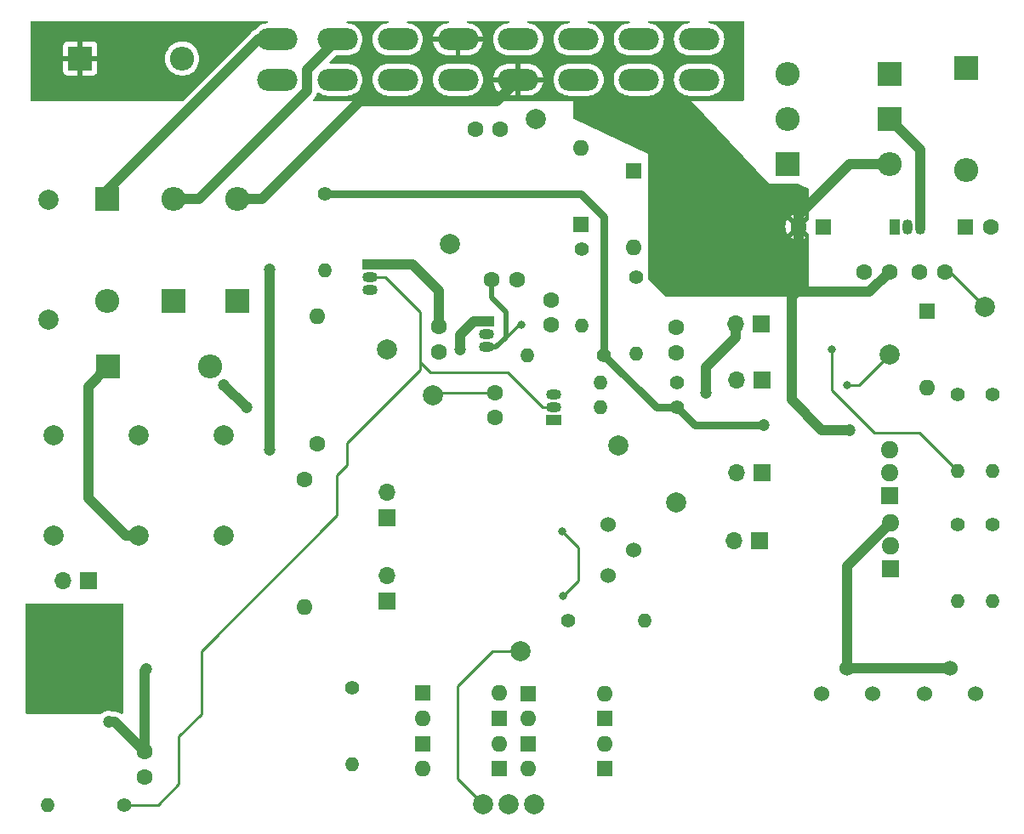
<source format=gbl>
%TF.GenerationSoftware,KiCad,Pcbnew,7.0.2*%
%TF.CreationDate,2024-11-06T13:00:57+09:00*%
%TF.ProjectId,YZ_CDI_TEST_V1,595a5f43-4449-45f5-9445-53545f56312e,rev?*%
%TF.SameCoordinates,Original*%
%TF.FileFunction,Copper,L2,Bot*%
%TF.FilePolarity,Positive*%
%FSLAX46Y46*%
G04 Gerber Fmt 4.6, Leading zero omitted, Abs format (unit mm)*
G04 Created by KiCad (PCBNEW 7.0.2) date 2024-11-06 13:00:57*
%MOMM*%
%LPD*%
G01*
G04 APERTURE LIST*
%TA.AperFunction,ComponentPad*%
%ADD10R,1.800000X1.717500*%
%TD*%
%TA.AperFunction,ComponentPad*%
%ADD11O,1.800000X1.717500*%
%TD*%
%TA.AperFunction,ComponentPad*%
%ADD12C,2.000000*%
%TD*%
%TA.AperFunction,ComponentPad*%
%ADD13C,1.400000*%
%TD*%
%TA.AperFunction,ComponentPad*%
%ADD14O,1.400000X1.400000*%
%TD*%
%TA.AperFunction,ComponentPad*%
%ADD15R,1.600000X1.600000*%
%TD*%
%TA.AperFunction,ComponentPad*%
%ADD16O,1.600000X1.600000*%
%TD*%
%TA.AperFunction,ComponentPad*%
%ADD17C,1.600000*%
%TD*%
%TA.AperFunction,ComponentPad*%
%ADD18R,2.400000X2.400000*%
%TD*%
%TA.AperFunction,ComponentPad*%
%ADD19O,2.400000X2.400000*%
%TD*%
%TA.AperFunction,ComponentPad*%
%ADD20R,1.700000X1.700000*%
%TD*%
%TA.AperFunction,ComponentPad*%
%ADD21O,1.700000X1.700000*%
%TD*%
%TA.AperFunction,ComponentPad*%
%ADD22R,1.500000X1.050000*%
%TD*%
%TA.AperFunction,ComponentPad*%
%ADD23O,1.500000X1.050000*%
%TD*%
%TA.AperFunction,ComponentPad*%
%ADD24O,4.000000X2.200000*%
%TD*%
%TA.AperFunction,ComponentPad*%
%ADD25C,1.524000*%
%TD*%
%TA.AperFunction,ComponentPad*%
%ADD26R,1.050000X1.500000*%
%TD*%
%TA.AperFunction,ComponentPad*%
%ADD27O,1.050000X1.500000*%
%TD*%
%TA.AperFunction,ViaPad*%
%ADD28C,1.200000*%
%TD*%
%TA.AperFunction,ViaPad*%
%ADD29C,0.800000*%
%TD*%
%TA.AperFunction,ViaPad*%
%ADD30C,0.700000*%
%TD*%
%TA.AperFunction,Conductor*%
%ADD31C,1.000000*%
%TD*%
%TA.AperFunction,Conductor*%
%ADD32C,0.250000*%
%TD*%
%TA.AperFunction,Conductor*%
%ADD33C,0.800000*%
%TD*%
%TA.AperFunction,Conductor*%
%ADD34C,0.500000*%
%TD*%
G04 APERTURE END LIST*
D10*
%TO.P,Q6,1,G*%
%TO.N,Net-(Q5-G)*%
X191390000Y-104000000D03*
D11*
%TO.P,Q6,2*%
%TO.N,N/C*%
X191390000Y-101710000D03*
%TO.P,Q6,3,S*%
%TO.N,GND*%
X191390000Y-99420000D03*
%TD*%
D12*
%TO.P,TP5,1,1*%
%TO.N,Net-(Q2-C)*%
X141350000Y-89500000D03*
%TD*%
D13*
%TO.P,R2,1*%
%TO.N,Net-(D1-K)*%
X160670000Y-79460000D03*
D14*
%TO.P,R2,2*%
%TO.N,Net-(Q2-B)*%
X160670000Y-87080000D03*
%TD*%
D15*
%TO.P,DZ1,1,K*%
%TO.N,+12V*%
X195100000Y-85690000D03*
D16*
%TO.P,DZ1,2,A*%
%TO.N,Net-(DZ1-A)*%
X195100000Y-93310000D03*
%TD*%
D17*
%TO.P,C6,1*%
%TO.N,Net-(Q2-C)*%
X146490000Y-89690000D03*
%TO.P,C6,2*%
%TO.N,GND*%
X146490000Y-87190000D03*
%TD*%
%TO.P,C1,1*%
%TO.N,/WL*%
X152600000Y-67500000D03*
%TO.P,C1,2*%
%TO.N,GND*%
X150100000Y-67500000D03*
%TD*%
D18*
%TO.P,D9,1,K*%
%TO.N,/GW*%
X181190000Y-71000000D03*
D19*
%TO.P,D9,2,A*%
%TO.N,GND*%
X191350000Y-71000000D03*
%TD*%
D20*
%TO.P,JP4,1,A*%
%TO.N,Net-(JP4-A)*%
X178640000Y-101750000D03*
D21*
%TO.P,JP4,2,B*%
%TO.N,/GL*%
X176100000Y-101750000D03*
%TD*%
D12*
%TO.P,TP10,1,1*%
%TO.N,Net-(DZ5-A)*%
X154600000Y-119500000D03*
%TD*%
%TO.P,TP2,1,1*%
%TO.N,Net-(Q1-B)*%
X145920000Y-94000000D03*
%TD*%
%TO.P,TP9,1,1*%
%TO.N,/CHG*%
X107650000Y-74582944D03*
%TD*%
D15*
%TO.P,DZ2,1,K*%
%TO.N,Net-(DZ2-K)*%
X163020000Y-131250000D03*
D16*
%TO.P,DZ2,2,A*%
%TO.N,Net-(DZ2-A)*%
X155400000Y-131250000D03*
%TD*%
D17*
%TO.P,C11,1*%
%TO.N,+5V*%
X117187500Y-132037500D03*
%TO.P,C11,2*%
%TO.N,GND*%
X117187500Y-129537500D03*
%TD*%
D18*
%TO.P,D3,1,K*%
%TO.N,/CHG*%
X120050000Y-84662944D03*
D19*
%TO.P,D3,2,A*%
%TO.N,/BR*%
X120050000Y-74502944D03*
%TD*%
D20*
%TO.P,JP6,1,A*%
%TO.N,Net-(JP6-A)*%
X141350000Y-106275000D03*
D21*
%TO.P,JP6,2,B*%
%TO.N,/CHG*%
X141350000Y-103735000D03*
%TD*%
D13*
%TO.P,R6,1*%
%TO.N,+5V*%
X135100000Y-73940000D03*
D14*
%TO.P,R6,2*%
%TO.N,Net-(E1-C)*%
X135100000Y-81560000D03*
%TD*%
D13*
%TO.P,R10,1*%
%TO.N,Net-(Q5-G)*%
X201600000Y-106940000D03*
D14*
%TO.P,R10,2*%
%TO.N,Net-(R10-Pad2)*%
X201600000Y-114560000D03*
%TD*%
D19*
%TO.P,D6,2,A*%
%TO.N,/GL*%
X181190000Y-62000000D03*
D18*
%TO.P,D6,1,K*%
%TO.N,+12V*%
X191350000Y-62000000D03*
%TD*%
%TO.P,D10,1,K*%
%TO.N,/CAP+*%
X113570000Y-91182944D03*
D19*
%TO.P,D10,2,A*%
%TO.N,/CHG*%
X123730000Y-91182944D03*
%TD*%
D15*
%TO.P,C10,1*%
%TO.N,+5V*%
X184782379Y-77250000D03*
D17*
%TO.P,C10,2*%
%TO.N,GND*%
X182282379Y-77250000D03*
%TD*%
D22*
%TO.P,Q2,1,E*%
%TO.N,GND*%
X151190000Y-86700000D03*
D23*
%TO.P,Q2,2,C*%
%TO.N,Net-(Q2-C)*%
X151190000Y-87970000D03*
%TO.P,Q2,3,B*%
%TO.N,Net-(Q2-B)*%
X151190000Y-89240000D03*
%TD*%
D13*
%TO.P,R1,1*%
%TO.N,Net-(D2-A)*%
X166110000Y-82270000D03*
D14*
%TO.P,R1,2*%
%TO.N,Net-(C2-Pad2)*%
X166110000Y-89890000D03*
%TD*%
D13*
%TO.P,R7,1*%
%TO.N,Net-(Q3-G)*%
X198100000Y-106940000D03*
D14*
%TO.P,R7,2*%
%TO.N,Net-(R7-Pad2)*%
X198100000Y-114560000D03*
%TD*%
D22*
%TO.P,Q1,1,E*%
%TO.N,GND*%
X157920000Y-96520000D03*
D23*
%TO.P,Q1,2,C*%
%TO.N,Net-(E1-C)*%
X157920000Y-95250000D03*
%TO.P,Q1,3,B*%
%TO.N,Net-(Q1-B)*%
X157920000Y-93980000D03*
%TD*%
D15*
%TO.P,D1,1,K*%
%TO.N,Net-(D1-K)*%
X160600000Y-77060000D03*
D16*
%TO.P,D1,2,A*%
%TO.N,/WL*%
X160600000Y-69440000D03*
%TD*%
D24*
%TO.P,CN1,1,BW_KILL*%
%TO.N,/BW*%
X130391796Y-58595520D03*
%TO.P,CN1,2,BR_CHG1*%
%TO.N,/BR*%
X136391796Y-58595520D03*
%TO.P,CN1,3,R_SOL*%
%TO.N,unconnected-(CN1-R_SOL-Pad3)*%
X142391796Y-58595520D03*
%TO.P,CN1,4,B_GND*%
%TO.N,GND*%
X148391796Y-58595520D03*
%TO.P,CN1,5,WL_PU*%
%TO.N,/WL*%
X154391796Y-58595520D03*
%TO.P,CN1,6,L_TPS_REF+*%
%TO.N,unconnected-(CN1-L_TPS_REF+-Pad6)*%
X160391796Y-58595520D03*
%TO.P,CN1,7,BL_TPS_GND*%
%TO.N,unconnected-(CN1-BL_TPS_GND-Pad7)*%
X166391796Y-58595520D03*
%TO.P,CN1,8,GL_CHG2-*%
%TO.N,/GL*%
X172391796Y-58595520D03*
%TO.P,CN1,9,GW_CHG2-*%
%TO.N,/GW*%
X172391796Y-62595520D03*
%TO.P,CN1,10,Y_TPS_IN*%
%TO.N,unconnected-(CN1-Y_TPS_IN-Pad10)*%
X166391796Y-62595520D03*
%TO.P,CN1,11,NON*%
%TO.N,unconnected-(CN1-NON-Pad11)*%
X160391796Y-62595520D03*
%TO.P,CN1,12,WR_PU_GND*%
%TO.N,GND*%
X154391796Y-62595520D03*
%TO.P,CN1,13,NON*%
%TO.N,unconnected-(CN1-NON-Pad13)*%
X148391796Y-62595520D03*
%TO.P,CN1,14,SB_NW_SW*%
%TO.N,unconnected-(CN1-SB_NW_SW-Pad14)*%
X142391796Y-62595520D03*
%TO.P,CN1,15,NON*%
%TO.N,unconnected-(CN1-NON-Pad15)*%
X136391796Y-62595520D03*
%TO.P,CN1,16,OR_IG*%
%TO.N,/OR*%
X130391796Y-62595520D03*
%TD*%
D10*
%TO.P,Q4,1,G*%
%TO.N,Net-(Q3-G)*%
X191430000Y-111290000D03*
D11*
%TO.P,Q4,2*%
%TO.N,N/C*%
X191430000Y-109000000D03*
%TO.P,Q4,3,S*%
%TO.N,GND*%
X191430000Y-106710000D03*
%TD*%
D18*
%TO.P,D8,1,K*%
%TO.N,/GL*%
X199020000Y-61420000D03*
D19*
%TO.P,D8,2,A*%
%TO.N,GND*%
X199020000Y-71580000D03*
%TD*%
D15*
%TO.P,DZ7,1,K*%
%TO.N,Net-(DZ6-A)*%
X152520000Y-126250000D03*
D16*
%TO.P,DZ7,2,A*%
%TO.N,Net-(DZ7-A)*%
X144900000Y-126250000D03*
%TD*%
D17*
%TO.P,C9,1*%
%TO.N,+5V*%
X188850000Y-81750000D03*
%TO.P,C9,2*%
%TO.N,GND*%
X191350000Y-81750000D03*
%TD*%
D20*
%TO.P,JP5,1,A*%
%TO.N,Net-(JP5-A)*%
X141350000Y-114500000D03*
D21*
%TO.P,JP5,2,B*%
%TO.N,/CHG*%
X141350000Y-111960000D03*
%TD*%
D12*
%TO.P,C13,1*%
%TO.N,/OR*%
X125100000Y-98000000D03*
%TO.P,C13,2*%
%TO.N,/CAP+*%
X125100000Y-108000000D03*
%TD*%
%TO.P,TP3,1,1*%
%TO.N,Net-(Q2-B)*%
X147600000Y-79000000D03*
%TD*%
D18*
%TO.P,D5,1,K*%
%TO.N,/CHG*%
X126400000Y-84662944D03*
D19*
%TO.P,D5,2,A*%
%TO.N,GND*%
X126400000Y-74502944D03*
%TD*%
D17*
%TO.P,C8,1*%
%TO.N,+12V*%
X196850000Y-81750000D03*
%TO.P,C8,2*%
%TO.N,GND*%
X194350000Y-81750000D03*
%TD*%
D13*
%TO.P,R12,1*%
%TO.N,Net-(DZ5-A)*%
X159350000Y-116500000D03*
D14*
%TO.P,R12,2*%
%TO.N,Net-(R12-Pad2)*%
X166970000Y-116500000D03*
%TD*%
D18*
%TO.P,D4,1,K*%
%TO.N,/BW*%
X113450000Y-74502944D03*
D19*
%TO.P,D4,2,A*%
%TO.N,/CHG*%
X113450000Y-84662944D03*
%TD*%
D12*
%TO.P,TP8,1,1*%
%TO.N,+12V*%
X200850000Y-85250000D03*
%TD*%
%TO.P,C14,1*%
%TO.N,/OR*%
X116600000Y-98000000D03*
%TO.P,C14,2*%
%TO.N,/CAP+*%
X116600000Y-108000000D03*
%TD*%
D15*
%TO.P,C7,1*%
%TO.N,+12V*%
X198917620Y-77250000D03*
D17*
%TO.P,C7,2*%
%TO.N,GND*%
X201417620Y-77250000D03*
%TD*%
D12*
%TO.P,SW1,1,A*%
%TO.N,Net-(DZ5-A)*%
X150850000Y-134750000D03*
%TO.P,SW1,2,B*%
%TO.N,Net-(DZ9-A)*%
X153390000Y-134750000D03*
%TO.P,SW1,3,C*%
%TO.N,Net-(DZ2-K)*%
X155930000Y-134750000D03*
%TD*%
D17*
%TO.P,C4,1*%
%TO.N,Net-(Q1-B)*%
X152060000Y-93750000D03*
%TO.P,C4,2*%
%TO.N,GND*%
X152060000Y-96250000D03*
%TD*%
D18*
%TO.P,D7,1,K*%
%TO.N,+12V*%
X191350000Y-66500000D03*
D19*
%TO.P,D7,2,A*%
%TO.N,/GW*%
X181190000Y-66500000D03*
%TD*%
D15*
%TO.P,DZ5,1,K*%
%TO.N,Net-(DZ4-A)*%
X155400000Y-123750000D03*
D16*
%TO.P,DZ5,2,A*%
%TO.N,Net-(DZ5-A)*%
X163020000Y-123750000D03*
%TD*%
D12*
%TO.P,TP1,1,1*%
%TO.N,/WL*%
X156100000Y-66500000D03*
%TD*%
%TO.P,TP11,1,1*%
%TO.N,/CAP+*%
X107600000Y-86500000D03*
%TD*%
D15*
%TO.P,DZ8,1,K*%
%TO.N,Net-(DZ7-A)*%
X144890000Y-128750000D03*
D16*
%TO.P,DZ8,2,A*%
%TO.N,Net-(DZ8-A)*%
X152510000Y-128750000D03*
%TD*%
D20*
%TO.P,JP2,1,A*%
%TO.N,Net-(JP2-A)*%
X178390000Y-108500000D03*
D21*
%TO.P,JP2,2,B*%
%TO.N,/GW*%
X175850000Y-108500000D03*
%TD*%
D15*
%TO.P,DZ6,1,K*%
%TO.N,Net-(DZ6-K)*%
X144890000Y-123650000D03*
D16*
%TO.P,DZ6,2,A*%
%TO.N,Net-(DZ6-A)*%
X152510000Y-123650000D03*
%TD*%
D22*
%TO.P,E1,1,E*%
%TO.N,GND*%
X139600000Y-81000000D03*
D23*
%TO.P,E1,2,C*%
%TO.N,Net-(E1-C)*%
X139600000Y-82270000D03*
%TO.P,E1,3,B*%
%TO.N,Net-(E1-B)*%
X139600000Y-83540000D03*
%TD*%
D25*
%TO.P,RN2,1*%
%TO.N,Net-(R10-Pad2)*%
X199890000Y-123750000D03*
%TO.P,RN2,2*%
%TO.N,GND*%
X197350000Y-121210000D03*
%TO.P,RN2,3*%
%TO.N,unconnected-(RN2-Pad3)*%
X194810000Y-123750000D03*
%TD*%
D20*
%TO.P,JP1,1,A*%
%TO.N,Net-(JP1-A)*%
X178600000Y-86950000D03*
D21*
%TO.P,JP1,2,B*%
%TO.N,/GW*%
X176060000Y-86950000D03*
%TD*%
D17*
%TO.P,C5,1*%
%TO.N,Net-(Q2-B)*%
X151740000Y-82540000D03*
%TO.P,C5,2*%
%TO.N,GND*%
X154240000Y-82540000D03*
%TD*%
D13*
%TO.P,R5,1*%
%TO.N,+5V*%
X162920000Y-90020000D03*
D14*
%TO.P,R5,2*%
%TO.N,Net-(Q2-C)*%
X155300000Y-90020000D03*
%TD*%
D12*
%TO.P,TP7,1,1*%
%TO.N,Net-(Q5-G)*%
X191350000Y-90000000D03*
%TD*%
D17*
%TO.P,C2,1*%
%TO.N,Net-(D2-A)*%
X170110000Y-87270000D03*
%TO.P,C2,2*%
%TO.N,Net-(C2-Pad2)*%
X170110000Y-89770000D03*
%TD*%
D15*
%TO.P,DZ4,1,K*%
%TO.N,Net-(DZ3-A)*%
X163020000Y-126250000D03*
D16*
%TO.P,DZ4,2,A*%
%TO.N,Net-(DZ4-A)*%
X155400000Y-126250000D03*
%TD*%
D17*
%TO.P,C3,1*%
%TO.N,Net-(D1-K)*%
X157670000Y-84520000D03*
%TO.P,C3,2*%
%TO.N,Net-(Q2-B)*%
X157670000Y-87020000D03*
%TD*%
D13*
%TO.P,R9,1*%
%TO.N,Net-(DZ1-A)*%
X198100000Y-93940000D03*
D14*
%TO.P,R9,2*%
%TO.N,Net-(Q3-G)*%
X198100000Y-101560000D03*
%TD*%
D13*
%TO.P,R14,1*%
%TO.N,Net-(DZ6-K)*%
X137850000Y-123190000D03*
D14*
%TO.P,R14,2*%
%TO.N,GND*%
X137850000Y-130810000D03*
%TD*%
D20*
%TO.P,JP3,1,A*%
%TO.N,Net-(JP3-A)*%
X178640000Y-92500000D03*
D21*
%TO.P,JP3,2,B*%
%TO.N,/GL*%
X176100000Y-92500000D03*
%TD*%
D13*
%TO.P,R11,1*%
%TO.N,Net-(DZ1-A)*%
X201600000Y-93940000D03*
D14*
%TO.P,R11,2*%
%TO.N,Net-(Q5-G)*%
X201600000Y-101560000D03*
%TD*%
D12*
%TO.P,C12,2*%
%TO.N,Net-(JP7-B)*%
X108100000Y-108000000D03*
%TO.P,C12,1*%
%TO.N,/OR*%
X108100000Y-98000000D03*
%TD*%
D17*
%TO.P,R13,1*%
%TO.N,/CHG*%
X133100000Y-102400000D03*
D16*
%TO.P,R13,2*%
%TO.N,Net-(DZ6-K)*%
X133100000Y-115100000D03*
%TD*%
D17*
%TO.P,R8,1*%
%TO.N,/CHG*%
X134350000Y-98850000D03*
D16*
%TO.P,R8,2*%
%TO.N,Net-(E1-B)*%
X134350000Y-86150000D03*
%TD*%
D15*
%TO.P,DZ9,1,K*%
%TO.N,Net-(DZ8-A)*%
X152510000Y-131250000D03*
D16*
%TO.P,DZ9,2,A*%
%TO.N,Net-(DZ9-A)*%
X144890000Y-131250000D03*
%TD*%
D12*
%TO.P,TP6,1,1*%
%TO.N,/GW*%
X170100000Y-104750000D03*
%TD*%
%TO.P,TP4,1,1*%
%TO.N,Net-(E1-C)*%
X164350000Y-99000000D03*
%TD*%
D25*
%TO.P,RN1,1*%
%TO.N,Net-(R7-Pad2)*%
X189640000Y-123750000D03*
%TO.P,RN1,2*%
%TO.N,GND*%
X187100000Y-121210000D03*
%TO.P,RN1,3*%
%TO.N,unconnected-(RN1-Pad3)*%
X184560000Y-123750000D03*
%TD*%
D13*
%TO.P,R4,1*%
%TO.N,+5V*%
X170200000Y-95240000D03*
D14*
%TO.P,R4,2*%
%TO.N,Net-(Q1-B)*%
X162580000Y-95240000D03*
%TD*%
D15*
%TO.P,D2,1,K*%
%TO.N,/WL*%
X165850000Y-71690000D03*
D16*
%TO.P,D2,2,A*%
%TO.N,Net-(D2-A)*%
X165850000Y-79310000D03*
%TD*%
D13*
%TO.P,R15,1*%
%TO.N,Net-(E1-C)*%
X115167500Y-134817500D03*
D14*
%TO.P,R15,2*%
%TO.N,GND*%
X107547500Y-134817500D03*
%TD*%
D18*
%TO.P,D11,1,K*%
%TO.N,GND*%
X110770000Y-60500000D03*
D19*
%TO.P,D11,2,A*%
%TO.N,/OR*%
X120930000Y-60500000D03*
%TD*%
D25*
%TO.P,RN3,1*%
%TO.N,Net-(R12-Pad2)*%
X163350000Y-112000000D03*
%TO.P,RN3,2*%
%TO.N,GND*%
X165890000Y-109460000D03*
%TO.P,RN3,3*%
%TO.N,unconnected-(RN3-Pad3)*%
X163350000Y-106920000D03*
%TD*%
D20*
%TO.P,JP7,1,A*%
%TO.N,/CAP+*%
X111600000Y-112500000D03*
D21*
%TO.P,JP7,2,B*%
%TO.N,Net-(JP7-B)*%
X109060000Y-112500000D03*
%TD*%
D13*
%TO.P,R3,1*%
%TO.N,Net-(C2-Pad2)*%
X170200000Y-92770000D03*
D14*
%TO.P,R3,2*%
%TO.N,Net-(Q1-B)*%
X162580000Y-92770000D03*
%TD*%
D15*
%TO.P,DZ3,1,K*%
%TO.N,Net-(DZ2-A)*%
X155400000Y-128750000D03*
D16*
%TO.P,DZ3,2,A*%
%TO.N,Net-(DZ3-A)*%
X163020000Y-128750000D03*
%TD*%
D26*
%TO.P,U1,1,VO*%
%TO.N,+5V*%
X191850000Y-77250000D03*
D27*
%TO.P,U1,2,GND*%
%TO.N,GND*%
X193120000Y-77250000D03*
%TO.P,U1,3,VI*%
%TO.N,+12V*%
X194390000Y-77250000D03*
%TD*%
D28*
%TO.N,GND*%
X129600000Y-99500000D03*
X129600000Y-81500000D03*
%TO.N,/CHG*%
X127350000Y-95250000D03*
X125100000Y-93000000D03*
%TO.N,GND*%
X187350000Y-97500000D03*
D29*
%TO.N,Net-(Q3-G)*%
X185600000Y-89500000D03*
%TO.N,Net-(Q5-G)*%
X187100000Y-93000000D03*
D28*
%TO.N,+5V*%
X178850000Y-97000000D03*
%TO.N,/GW*%
X173100000Y-93750000D03*
%TO.N,GND*%
X182282379Y-83567621D03*
D30*
%TO.N,/CAP+*%
X107600000Y-124500000D03*
X107600000Y-120250000D03*
X107600000Y-121750000D03*
X107600000Y-123250000D03*
X112600000Y-124500000D03*
X112600000Y-120250000D03*
X112600000Y-121750000D03*
X112600000Y-123250000D03*
X111350000Y-124500000D03*
X110100000Y-124500000D03*
X108850000Y-124500000D03*
X110100000Y-123250000D03*
X111350000Y-123250000D03*
X111350000Y-121750000D03*
X110100000Y-121750000D03*
X108850000Y-123250000D03*
X108850000Y-121750000D03*
X111350000Y-120250000D03*
X110100000Y-120250000D03*
X108850000Y-120250000D03*
D28*
%TO.N,GND*%
X148600000Y-89500000D03*
X113607500Y-126567500D03*
X117357500Y-121317500D03*
D29*
%TO.N,Net-(Q2-B)*%
X154670000Y-87020000D03*
%TO.N,Net-(DZ5-A)*%
X158755036Y-107594964D03*
X158850000Y-114000000D03*
%TD*%
D31*
%TO.N,GND*%
X138600000Y-64750000D02*
X152237316Y-64750000D01*
X152237316Y-64750000D02*
X154391796Y-62595520D01*
X128847056Y-74502944D02*
X138600000Y-64750000D01*
X126400000Y-74502944D02*
X128847056Y-74502944D01*
X129600000Y-99500000D02*
X129600000Y-81500000D01*
%TO.N,/CHG*%
X125100000Y-93000000D02*
X127350000Y-95250000D01*
%TO.N,GND*%
X187100000Y-111040000D02*
X191430000Y-106710000D01*
X187100000Y-121210000D02*
X187100000Y-111040000D01*
X197350000Y-121210000D02*
X187100000Y-121210000D01*
X181600000Y-84250000D02*
X182282379Y-83567621D01*
X181600000Y-94500000D02*
X181600000Y-84250000D01*
X184600000Y-97500000D02*
X181600000Y-94500000D01*
X187350000Y-97500000D02*
X184600000Y-97500000D01*
D32*
%TO.N,Net-(Q3-G)*%
X194850000Y-98250000D02*
X194850000Y-98310000D01*
X194350000Y-97750000D02*
X194850000Y-98250000D01*
X189850000Y-97750000D02*
X194350000Y-97750000D01*
X185600000Y-93500000D02*
X189850000Y-97750000D01*
X194850000Y-98310000D02*
X198100000Y-101560000D01*
X185600000Y-89500000D02*
X185600000Y-93500000D01*
%TO.N,Net-(Q5-G)*%
X188350000Y-93000000D02*
X191350000Y-90000000D01*
X187100000Y-93000000D02*
X188350000Y-93000000D01*
%TO.N,Net-(E1-C)*%
X118532500Y-134817500D02*
X115167500Y-134817500D01*
X120600000Y-128000000D02*
X120600000Y-132750000D01*
X122850000Y-125750000D02*
X120600000Y-128000000D01*
X122850000Y-119500000D02*
X122850000Y-125750000D01*
X136350000Y-106000000D02*
X122850000Y-119500000D01*
X136350000Y-102000000D02*
X136350000Y-106000000D01*
X137350000Y-101000000D02*
X136350000Y-102000000D01*
X137350000Y-98750000D02*
X137350000Y-101000000D01*
X144600000Y-90750000D02*
X144600000Y-91500000D01*
X144600000Y-91500000D02*
X137350000Y-98750000D01*
X120600000Y-132750000D02*
X118532500Y-134817500D01*
D31*
%TO.N,/CAP+*%
X115350000Y-108000000D02*
X116600000Y-108000000D01*
X111600000Y-104250000D02*
X115350000Y-108000000D01*
X111600000Y-93152944D02*
X111600000Y-104250000D01*
X113570000Y-91182944D02*
X111600000Y-93152944D01*
D33*
%TO.N,+5V*%
X171960000Y-97000000D02*
X170200000Y-95240000D01*
X178850000Y-97000000D02*
X171960000Y-97000000D01*
D31*
%TO.N,/GW*%
X173100000Y-91250000D02*
X173100000Y-93750000D01*
X176060000Y-88290000D02*
X173100000Y-91250000D01*
X176060000Y-86950000D02*
X176060000Y-88290000D01*
D32*
%TO.N,+12V*%
X200850000Y-85250000D02*
X197350000Y-81750000D01*
D31*
%TO.N,GND*%
X182282379Y-83567621D02*
X182282379Y-77250000D01*
X182100000Y-83750000D02*
X182282379Y-83567621D01*
X191350000Y-81750000D02*
X189350000Y-83750000D01*
X189350000Y-83750000D02*
X182100000Y-83750000D01*
X187401009Y-71000000D02*
X182282379Y-76118630D01*
X182282379Y-76118630D02*
X182282379Y-77250000D01*
X191350000Y-71000000D02*
X187401009Y-71000000D01*
%TO.N,+12V*%
X194390000Y-69540000D02*
X194390000Y-77250000D01*
X191350000Y-66500000D02*
X194390000Y-69540000D01*
D33*
%TO.N,+5V*%
X160600000Y-73940000D02*
X135100000Y-73940000D01*
X162920000Y-76260000D02*
X160600000Y-73940000D01*
X162920000Y-90020000D02*
X162920000Y-76260000D01*
D31*
%TO.N,GND*%
X146490000Y-83640000D02*
X146490000Y-87190000D01*
X143850000Y-81000000D02*
X146490000Y-83640000D01*
X139600000Y-81000000D02*
X143850000Y-81000000D01*
X148600000Y-88040000D02*
X148600000Y-89500000D01*
X151190000Y-86700000D02*
X149940000Y-86700000D01*
X117187500Y-121487500D02*
X117357500Y-121317500D01*
X117187500Y-129537500D02*
X117187500Y-121487500D01*
X149940000Y-86700000D02*
X148600000Y-88040000D01*
X114217500Y-126567500D02*
X117187500Y-129537500D01*
X113607500Y-126567500D02*
X114217500Y-126567500D01*
D32*
%TO.N,Net-(Q2-B)*%
X154420000Y-87020000D02*
X153170000Y-88270000D01*
D34*
X151740000Y-82540000D02*
X151740000Y-84340000D01*
X153170000Y-85770000D02*
X153170000Y-88270000D01*
X151740000Y-84340000D02*
X153170000Y-85770000D01*
X153170000Y-88270000D02*
X152200000Y-89240000D01*
X152200000Y-89240000D02*
X151190000Y-89240000D01*
D32*
X154670000Y-87020000D02*
X154420000Y-87020000D01*
%TO.N,Net-(Q1-B)*%
X152060000Y-93750000D02*
X146170000Y-93750000D01*
D33*
%TO.N,+5V*%
X168140000Y-95240000D02*
X170200000Y-95240000D01*
X162920000Y-90020000D02*
X168140000Y-95240000D01*
D31*
%TO.N,/BW*%
X113450000Y-73650000D02*
X113450000Y-74502944D01*
X128504480Y-58595520D02*
X113450000Y-73650000D01*
X130391796Y-58595520D02*
X128504480Y-58595520D01*
%TO.N,/BR*%
X133350000Y-61637316D02*
X136391796Y-58595520D01*
X133350000Y-63750000D02*
X133350000Y-61637316D01*
X122597056Y-74502944D02*
X133350000Y-63750000D01*
X120050000Y-74502944D02*
X122597056Y-74502944D01*
D32*
%TO.N,Net-(DZ5-A)*%
X148350000Y-132250000D02*
X150850000Y-134750000D01*
X158850000Y-114000000D02*
X160350000Y-112500000D01*
X151850000Y-119500000D02*
X148350000Y-123000000D01*
X148350000Y-123000000D02*
X148350000Y-132250000D01*
X154600000Y-119500000D02*
X151850000Y-119500000D01*
X160350000Y-112500000D02*
X160350000Y-109189928D01*
X160350000Y-109189928D02*
X158755036Y-107594964D01*
%TO.N,Net-(E1-C)*%
X144600000Y-85750000D02*
X141120000Y-82270000D01*
X157920000Y-95250000D02*
X156850000Y-95250000D01*
X145600000Y-91750000D02*
X144600000Y-90750000D01*
X153350000Y-91750000D02*
X145600000Y-91750000D01*
X141120000Y-82270000D02*
X139600000Y-82270000D01*
X144600000Y-90750000D02*
X144600000Y-85750000D01*
X156850000Y-95250000D02*
X153350000Y-91750000D01*
%TD*%
%TA.AperFunction,Conductor*%
%TO.N,GND*%
G36*
X129446861Y-56770185D02*
G01*
X129492616Y-56822989D01*
X129502560Y-56892147D01*
X129473535Y-56955703D01*
X129414757Y-56993477D01*
X129389551Y-56998118D01*
X129240646Y-57009837D01*
X128995685Y-57068646D01*
X128762935Y-57165055D01*
X128548138Y-57296683D01*
X128356572Y-57460296D01*
X128224853Y-57614517D01*
X128176570Y-57649134D01*
X128173061Y-57650536D01*
X128164178Y-57653699D01*
X128107894Y-57671359D01*
X128081299Y-57686121D01*
X128067121Y-57692854D01*
X128038865Y-57704140D01*
X127989602Y-57736607D01*
X127981546Y-57741487D01*
X127929975Y-57770111D01*
X127906886Y-57789932D01*
X127894363Y-57799375D01*
X127868964Y-57816116D01*
X127827262Y-57857817D01*
X127820355Y-57864218D01*
X127775584Y-57902654D01*
X127756960Y-57926714D01*
X127746587Y-57938491D01*
X120971398Y-64713681D01*
X120910075Y-64747166D01*
X120883717Y-64750000D01*
X105974000Y-64750000D01*
X105906961Y-64730315D01*
X105861206Y-64677511D01*
X105850000Y-64626000D01*
X105850000Y-61744518D01*
X109070000Y-61744518D01*
X109070354Y-61751132D01*
X109076400Y-61807371D01*
X109126647Y-61942089D01*
X109212811Y-62057188D01*
X109327910Y-62143352D01*
X109462628Y-62193599D01*
X109518867Y-62199645D01*
X109525482Y-62200000D01*
X110520000Y-62200000D01*
X110520000Y-61045881D01*
X110613369Y-61084556D01*
X110730677Y-61100000D01*
X110809323Y-61100000D01*
X110926631Y-61084556D01*
X111020000Y-61045881D01*
X111020000Y-62200000D01*
X112014518Y-62200000D01*
X112021132Y-62199645D01*
X112077371Y-62193599D01*
X112212089Y-62143352D01*
X112327188Y-62057188D01*
X112413352Y-61942089D01*
X112463599Y-61807371D01*
X112469645Y-61751132D01*
X112470000Y-61744518D01*
X112470000Y-60750000D01*
X111315882Y-60750000D01*
X111354556Y-60656631D01*
X111375177Y-60500000D01*
X111375177Y-60499999D01*
X119224731Y-60499999D01*
X119243777Y-60754154D01*
X119300492Y-61002637D01*
X119393608Y-61239891D01*
X119521038Y-61460607D01*
X119521041Y-61460612D01*
X119679950Y-61659877D01*
X119866783Y-61833232D01*
X120077366Y-61976805D01*
X120306996Y-62087389D01*
X120550542Y-62162513D01*
X120802565Y-62200500D01*
X121057435Y-62200500D01*
X121309458Y-62162513D01*
X121553004Y-62087389D01*
X121782634Y-61976805D01*
X121993217Y-61833232D01*
X122180050Y-61659877D01*
X122338959Y-61460612D01*
X122466393Y-61239888D01*
X122559508Y-61002637D01*
X122616222Y-60754157D01*
X122635268Y-60500000D01*
X122616222Y-60245843D01*
X122559508Y-59997363D01*
X122466393Y-59760112D01*
X122338959Y-59539388D01*
X122180050Y-59340123D01*
X121993217Y-59166768D01*
X121782634Y-59023195D01*
X121553004Y-58912611D01*
X121309458Y-58837487D01*
X121057435Y-58799500D01*
X120802565Y-58799500D01*
X120550542Y-58837487D01*
X120306996Y-58912611D01*
X120077366Y-59023195D01*
X119993755Y-59080200D01*
X119866781Y-59166769D01*
X119679950Y-59340123D01*
X119521038Y-59539392D01*
X119393608Y-59760108D01*
X119300492Y-59997362D01*
X119243777Y-60245845D01*
X119224731Y-60499999D01*
X111375177Y-60499999D01*
X111354556Y-60343369D01*
X111315882Y-60250000D01*
X112470000Y-60250000D01*
X112470000Y-59255481D01*
X112469645Y-59248867D01*
X112463599Y-59192628D01*
X112413352Y-59057910D01*
X112327188Y-58942811D01*
X112212089Y-58856647D01*
X112077371Y-58806400D01*
X112021132Y-58800354D01*
X112014518Y-58800000D01*
X111020000Y-58800000D01*
X111020000Y-59954118D01*
X110926631Y-59915444D01*
X110809323Y-59900000D01*
X110730677Y-59900000D01*
X110613369Y-59915444D01*
X110520000Y-59954118D01*
X110520000Y-58800000D01*
X109525482Y-58800000D01*
X109518867Y-58800354D01*
X109462628Y-58806400D01*
X109327910Y-58856647D01*
X109212811Y-58942811D01*
X109126647Y-59057910D01*
X109076400Y-59192628D01*
X109070354Y-59248867D01*
X109070000Y-59255481D01*
X109070000Y-60250000D01*
X110224118Y-60250000D01*
X110185444Y-60343369D01*
X110164823Y-60500000D01*
X110185444Y-60656631D01*
X110224118Y-60750000D01*
X109070000Y-60750000D01*
X109070000Y-61744518D01*
X105850000Y-61744518D01*
X105850000Y-56874500D01*
X105869685Y-56807461D01*
X105922489Y-56761706D01*
X105974000Y-56750500D01*
X129379822Y-56750500D01*
X129446861Y-56770185D01*
G37*
%TD.AperFunction*%
%TA.AperFunction,Conductor*%
G36*
X141446861Y-56770185D02*
G01*
X141492616Y-56822989D01*
X141502560Y-56892147D01*
X141473535Y-56955703D01*
X141414757Y-56993477D01*
X141389551Y-56998118D01*
X141240646Y-57009837D01*
X140995685Y-57068646D01*
X140762935Y-57165055D01*
X140548138Y-57296683D01*
X140356572Y-57460296D01*
X140192959Y-57651862D01*
X140064703Y-57861156D01*
X140061330Y-57866661D01*
X140047212Y-57900744D01*
X139964922Y-58099409D01*
X139906113Y-58344370D01*
X139886347Y-58595520D01*
X139906113Y-58846669D01*
X139964922Y-59091630D01*
X139996046Y-59166769D01*
X140061330Y-59324379D01*
X140192960Y-59539179D01*
X140356572Y-59730744D01*
X140548137Y-59894356D01*
X140762937Y-60025986D01*
X140995685Y-60122393D01*
X141240648Y-60181203D01*
X141428914Y-60196020D01*
X141431359Y-60196020D01*
X143352233Y-60196020D01*
X143354678Y-60196020D01*
X143542944Y-60181203D01*
X143787907Y-60122393D01*
X144020655Y-60025986D01*
X144235455Y-59894356D01*
X144427020Y-59730744D01*
X144590632Y-59539179D01*
X144722262Y-59324379D01*
X144818669Y-59091631D01*
X144877479Y-58846668D01*
X144897245Y-58595520D01*
X144877479Y-58344372D01*
X144818669Y-58099409D01*
X144722262Y-57866661D01*
X144590632Y-57651861D01*
X144427020Y-57460296D01*
X144235455Y-57296684D01*
X144020655Y-57165054D01*
X143904280Y-57116850D01*
X143787906Y-57068646D01*
X143542945Y-57009837D01*
X143394041Y-56998118D01*
X143328752Y-56973234D01*
X143287282Y-56917003D01*
X143282795Y-56847277D01*
X143316717Y-56786195D01*
X143378278Y-56753149D01*
X143403770Y-56750500D01*
X147386189Y-56750500D01*
X147453228Y-56770185D01*
X147498983Y-56822989D01*
X147508927Y-56892147D01*
X147479902Y-56955703D01*
X147421124Y-56993477D01*
X147395918Y-56998118D01*
X147240725Y-57010332D01*
X146995839Y-57069123D01*
X146763163Y-57165502D01*
X146548431Y-57297089D01*
X146356926Y-57460650D01*
X146193365Y-57652155D01*
X146061778Y-57866887D01*
X145965399Y-58099563D01*
X145906607Y-58344451D01*
X145906524Y-58345519D01*
X145906525Y-58345520D01*
X147058110Y-58345520D01*
X147032303Y-58385676D01*
X146991796Y-58523631D01*
X146991796Y-58667409D01*
X147032303Y-58805364D01*
X147058110Y-58845520D01*
X145906524Y-58845520D01*
X145906607Y-58846588D01*
X145965399Y-59091476D01*
X146061778Y-59324152D01*
X146193365Y-59538884D01*
X146356926Y-59730389D01*
X146548431Y-59893950D01*
X146763163Y-60025537D01*
X146995839Y-60121916D01*
X147240725Y-60180707D01*
X147426492Y-60195328D01*
X147431372Y-60195520D01*
X148141796Y-60195520D01*
X148141796Y-59095520D01*
X148641796Y-59095520D01*
X148641796Y-60195520D01*
X149352220Y-60195520D01*
X149357099Y-60195328D01*
X149542866Y-60180707D01*
X149787752Y-60121916D01*
X150020428Y-60025537D01*
X150235160Y-59893950D01*
X150426665Y-59730389D01*
X150590226Y-59538884D01*
X150721813Y-59324152D01*
X150818192Y-59091476D01*
X150876984Y-58846588D01*
X150877068Y-58845520D01*
X149725482Y-58845520D01*
X149751289Y-58805364D01*
X149791796Y-58667409D01*
X149791796Y-58523631D01*
X149751289Y-58385676D01*
X149725482Y-58345520D01*
X150877067Y-58345520D01*
X150877067Y-58345519D01*
X150876984Y-58344451D01*
X150818192Y-58099563D01*
X150721813Y-57866887D01*
X150590226Y-57652155D01*
X150426665Y-57460650D01*
X150235160Y-57297089D01*
X150020428Y-57165502D01*
X149787752Y-57069123D01*
X149542866Y-57010332D01*
X149387674Y-56998118D01*
X149322385Y-56973234D01*
X149280915Y-56917003D01*
X149276428Y-56847277D01*
X149310350Y-56786195D01*
X149371911Y-56753149D01*
X149397403Y-56750500D01*
X153379822Y-56750500D01*
X153446861Y-56770185D01*
X153492616Y-56822989D01*
X153502560Y-56892147D01*
X153473535Y-56955703D01*
X153414757Y-56993477D01*
X153389551Y-56998118D01*
X153240646Y-57009837D01*
X152995685Y-57068646D01*
X152762935Y-57165055D01*
X152548138Y-57296683D01*
X152356572Y-57460296D01*
X152192959Y-57651862D01*
X152064703Y-57861156D01*
X152061330Y-57866661D01*
X152047212Y-57900744D01*
X151964922Y-58099409D01*
X151906113Y-58344370D01*
X151886347Y-58595519D01*
X151906113Y-58846669D01*
X151964922Y-59091630D01*
X151996046Y-59166769D01*
X152061330Y-59324379D01*
X152192960Y-59539179D01*
X152356572Y-59730744D01*
X152548137Y-59894356D01*
X152762937Y-60025986D01*
X152995685Y-60122393D01*
X153240648Y-60181203D01*
X153428914Y-60196020D01*
X153431359Y-60196020D01*
X155352233Y-60196020D01*
X155354678Y-60196020D01*
X155542944Y-60181203D01*
X155787907Y-60122393D01*
X156020655Y-60025986D01*
X156235455Y-59894356D01*
X156427020Y-59730744D01*
X156590632Y-59539179D01*
X156722262Y-59324379D01*
X156818669Y-59091631D01*
X156877479Y-58846668D01*
X156897245Y-58595520D01*
X156877479Y-58344372D01*
X156818669Y-58099409D01*
X156722262Y-57866661D01*
X156590632Y-57651861D01*
X156427020Y-57460296D01*
X156235455Y-57296684D01*
X156020655Y-57165054D01*
X155904281Y-57116850D01*
X155787906Y-57068646D01*
X155542945Y-57009837D01*
X155394041Y-56998118D01*
X155328752Y-56973234D01*
X155287282Y-56917003D01*
X155282795Y-56847277D01*
X155316717Y-56786195D01*
X155378278Y-56753149D01*
X155403770Y-56750500D01*
X159379822Y-56750500D01*
X159446861Y-56770185D01*
X159492616Y-56822989D01*
X159502560Y-56892147D01*
X159473535Y-56955703D01*
X159414757Y-56993477D01*
X159389551Y-56998118D01*
X159240646Y-57009837D01*
X158995685Y-57068646D01*
X158762935Y-57165055D01*
X158548138Y-57296683D01*
X158356572Y-57460296D01*
X158192959Y-57651862D01*
X158064703Y-57861156D01*
X158061330Y-57866661D01*
X158047211Y-57900745D01*
X157964922Y-58099409D01*
X157906113Y-58344370D01*
X157886347Y-58595520D01*
X157906113Y-58846669D01*
X157964922Y-59091630D01*
X157996046Y-59166769D01*
X158061330Y-59324379D01*
X158192960Y-59539179D01*
X158356572Y-59730744D01*
X158548137Y-59894356D01*
X158762937Y-60025986D01*
X158995685Y-60122393D01*
X159240648Y-60181203D01*
X159428914Y-60196020D01*
X159431359Y-60196020D01*
X161352233Y-60196020D01*
X161354678Y-60196020D01*
X161542944Y-60181203D01*
X161787907Y-60122393D01*
X162020655Y-60025986D01*
X162235455Y-59894356D01*
X162427020Y-59730744D01*
X162590632Y-59539179D01*
X162722262Y-59324379D01*
X162818669Y-59091631D01*
X162877479Y-58846668D01*
X162897245Y-58595520D01*
X162877479Y-58344372D01*
X162818669Y-58099409D01*
X162722262Y-57866661D01*
X162590632Y-57651861D01*
X162427020Y-57460296D01*
X162235455Y-57296684D01*
X162020655Y-57165054D01*
X161904281Y-57116850D01*
X161787906Y-57068646D01*
X161542945Y-57009837D01*
X161394041Y-56998118D01*
X161328752Y-56973234D01*
X161287282Y-56917003D01*
X161282795Y-56847277D01*
X161316717Y-56786195D01*
X161378278Y-56753149D01*
X161403770Y-56750500D01*
X165379822Y-56750500D01*
X165446861Y-56770185D01*
X165492616Y-56822989D01*
X165502560Y-56892147D01*
X165473535Y-56955703D01*
X165414757Y-56993477D01*
X165389551Y-56998118D01*
X165240646Y-57009837D01*
X164995685Y-57068646D01*
X164762935Y-57165055D01*
X164548138Y-57296683D01*
X164356572Y-57460296D01*
X164192959Y-57651862D01*
X164064703Y-57861156D01*
X164061330Y-57866661D01*
X164047212Y-57900744D01*
X163964922Y-58099409D01*
X163906113Y-58344370D01*
X163886347Y-58595520D01*
X163906113Y-58846669D01*
X163964922Y-59091630D01*
X163996046Y-59166769D01*
X164061330Y-59324379D01*
X164192960Y-59539179D01*
X164356572Y-59730744D01*
X164548137Y-59894356D01*
X164762937Y-60025986D01*
X164995685Y-60122393D01*
X165240648Y-60181203D01*
X165428914Y-60196020D01*
X165431359Y-60196020D01*
X167352233Y-60196020D01*
X167354678Y-60196020D01*
X167542944Y-60181203D01*
X167787907Y-60122393D01*
X168020655Y-60025986D01*
X168235455Y-59894356D01*
X168427020Y-59730744D01*
X168590632Y-59539179D01*
X168722262Y-59324379D01*
X168818669Y-59091631D01*
X168877479Y-58846668D01*
X168897245Y-58595520D01*
X168877479Y-58344372D01*
X168818669Y-58099409D01*
X168722262Y-57866661D01*
X168590632Y-57651861D01*
X168427020Y-57460296D01*
X168235455Y-57296684D01*
X168020655Y-57165054D01*
X167904280Y-57116850D01*
X167787906Y-57068646D01*
X167542945Y-57009837D01*
X167394041Y-56998118D01*
X167328752Y-56973234D01*
X167287282Y-56917003D01*
X167282795Y-56847277D01*
X167316717Y-56786195D01*
X167378278Y-56753149D01*
X167403770Y-56750500D01*
X171379822Y-56750500D01*
X171446861Y-56770185D01*
X171492616Y-56822989D01*
X171502560Y-56892147D01*
X171473535Y-56955703D01*
X171414757Y-56993477D01*
X171389551Y-56998118D01*
X171240646Y-57009837D01*
X170995685Y-57068646D01*
X170762935Y-57165055D01*
X170548138Y-57296683D01*
X170356572Y-57460296D01*
X170192959Y-57651862D01*
X170064703Y-57861156D01*
X170061330Y-57866661D01*
X170047211Y-57900745D01*
X169964922Y-58099409D01*
X169906113Y-58344370D01*
X169886347Y-58595520D01*
X169906113Y-58846669D01*
X169964922Y-59091630D01*
X169996046Y-59166769D01*
X170061330Y-59324379D01*
X170192960Y-59539179D01*
X170356572Y-59730744D01*
X170548137Y-59894356D01*
X170762937Y-60025986D01*
X170995685Y-60122393D01*
X171240648Y-60181203D01*
X171428914Y-60196020D01*
X171431359Y-60196020D01*
X173352233Y-60196020D01*
X173354678Y-60196020D01*
X173542944Y-60181203D01*
X173787907Y-60122393D01*
X174020655Y-60025986D01*
X174235455Y-59894356D01*
X174427020Y-59730744D01*
X174590632Y-59539179D01*
X174722262Y-59324379D01*
X174818669Y-59091631D01*
X174877479Y-58846668D01*
X174897245Y-58595520D01*
X174877479Y-58344372D01*
X174818669Y-58099409D01*
X174722262Y-57866661D01*
X174590632Y-57651861D01*
X174427020Y-57460296D01*
X174235455Y-57296684D01*
X174020655Y-57165054D01*
X173904280Y-57116850D01*
X173787906Y-57068646D01*
X173542945Y-57009837D01*
X173394041Y-56998118D01*
X173328752Y-56973234D01*
X173287282Y-56917003D01*
X173282795Y-56847277D01*
X173316717Y-56786195D01*
X173378278Y-56753149D01*
X173403770Y-56750500D01*
X176726000Y-56750500D01*
X176793039Y-56770185D01*
X176838794Y-56822989D01*
X176850000Y-56874500D01*
X176850000Y-64626000D01*
X176830315Y-64693039D01*
X176777511Y-64738794D01*
X176726000Y-64750000D01*
X134064281Y-64750000D01*
X133997242Y-64730315D01*
X133951487Y-64677511D01*
X133941543Y-64608353D01*
X133970568Y-64544797D01*
X133976585Y-64538333D01*
X134047426Y-64467492D01*
X134049559Y-64465413D01*
X134113053Y-64405059D01*
X134146759Y-64356630D01*
X134152428Y-64349113D01*
X134189698Y-64303407D01*
X134203783Y-64276439D01*
X134211918Y-64263015D01*
X134218373Y-64253740D01*
X134229295Y-64238049D01*
X134252568Y-64183815D01*
X134256588Y-64175350D01*
X134283909Y-64123049D01*
X134292275Y-64093808D01*
X134297539Y-64079019D01*
X134309540Y-64051058D01*
X134321417Y-63993256D01*
X134323652Y-63984148D01*
X134335322Y-63943365D01*
X134372690Y-63884331D01*
X134436044Y-63854870D01*
X134505270Y-63864337D01*
X134535066Y-63883192D01*
X134548137Y-63894356D01*
X134762937Y-64025986D01*
X134995685Y-64122393D01*
X135240648Y-64181203D01*
X135428914Y-64196020D01*
X135431359Y-64196020D01*
X137352233Y-64196020D01*
X137354678Y-64196020D01*
X137542944Y-64181203D01*
X137787907Y-64122393D01*
X138020655Y-64025986D01*
X138235455Y-63894356D01*
X138427020Y-63730744D01*
X138590632Y-63539179D01*
X138722262Y-63324379D01*
X138818669Y-63091631D01*
X138877479Y-62846668D01*
X138897245Y-62595520D01*
X139886347Y-62595520D01*
X139906113Y-62846669D01*
X139964922Y-63091630D01*
X140013126Y-63208004D01*
X140061330Y-63324379D01*
X140192960Y-63539179D01*
X140356572Y-63730744D01*
X140548137Y-63894356D01*
X140762937Y-64025986D01*
X140995685Y-64122393D01*
X141240648Y-64181203D01*
X141428914Y-64196020D01*
X141431359Y-64196020D01*
X143352233Y-64196020D01*
X143354678Y-64196020D01*
X143542944Y-64181203D01*
X143787907Y-64122393D01*
X144020655Y-64025986D01*
X144235455Y-63894356D01*
X144427020Y-63730744D01*
X144590632Y-63539179D01*
X144722262Y-63324379D01*
X144818669Y-63091631D01*
X144877479Y-62846668D01*
X144897245Y-62595520D01*
X144897245Y-62595519D01*
X145886347Y-62595519D01*
X145906113Y-62846669D01*
X145964922Y-63091630D01*
X146013126Y-63208004D01*
X146061330Y-63324379D01*
X146192960Y-63539179D01*
X146356572Y-63730744D01*
X146548137Y-63894356D01*
X146762937Y-64025986D01*
X146995685Y-64122393D01*
X147240648Y-64181203D01*
X147428914Y-64196020D01*
X147431359Y-64196020D01*
X149352233Y-64196020D01*
X149354678Y-64196020D01*
X149542944Y-64181203D01*
X149787907Y-64122393D01*
X150020655Y-64025986D01*
X150235455Y-63894356D01*
X150427020Y-63730744D01*
X150590632Y-63539179D01*
X150722262Y-63324379D01*
X150818669Y-63091631D01*
X150877479Y-62846668D01*
X150877569Y-62845520D01*
X151906524Y-62845520D01*
X151906607Y-62846588D01*
X151965399Y-63091476D01*
X152061778Y-63324152D01*
X152193365Y-63538884D01*
X152356926Y-63730389D01*
X152548431Y-63893950D01*
X152763163Y-64025537D01*
X152995839Y-64121916D01*
X153240725Y-64180707D01*
X153426492Y-64195328D01*
X153431372Y-64195520D01*
X154141796Y-64195520D01*
X154141796Y-63095520D01*
X154641796Y-63095520D01*
X154641796Y-64195520D01*
X155352220Y-64195520D01*
X155357099Y-64195328D01*
X155542866Y-64180707D01*
X155787752Y-64121916D01*
X156020428Y-64025537D01*
X156235160Y-63893950D01*
X156426665Y-63730389D01*
X156590226Y-63538884D01*
X156721813Y-63324152D01*
X156818192Y-63091476D01*
X156876984Y-62846588D01*
X156877068Y-62845520D01*
X155725482Y-62845520D01*
X155751289Y-62805364D01*
X155791796Y-62667409D01*
X155791796Y-62595519D01*
X157886347Y-62595519D01*
X157906113Y-62846669D01*
X157964922Y-63091630D01*
X158013126Y-63208004D01*
X158061330Y-63324379D01*
X158192960Y-63539179D01*
X158356572Y-63730744D01*
X158548137Y-63894356D01*
X158762937Y-64025986D01*
X158995685Y-64122393D01*
X159240648Y-64181203D01*
X159428914Y-64196020D01*
X159431359Y-64196020D01*
X161352233Y-64196020D01*
X161354678Y-64196020D01*
X161542944Y-64181203D01*
X161787907Y-64122393D01*
X162020655Y-64025986D01*
X162235455Y-63894356D01*
X162427020Y-63730744D01*
X162590632Y-63539179D01*
X162722262Y-63324379D01*
X162818669Y-63091631D01*
X162877479Y-62846668D01*
X162897245Y-62595520D01*
X163886347Y-62595520D01*
X163906113Y-62846669D01*
X163964922Y-63091630D01*
X164013126Y-63208004D01*
X164061330Y-63324379D01*
X164192960Y-63539179D01*
X164356572Y-63730744D01*
X164548137Y-63894356D01*
X164762937Y-64025986D01*
X164995685Y-64122393D01*
X165240648Y-64181203D01*
X165428914Y-64196020D01*
X165431359Y-64196020D01*
X167352233Y-64196020D01*
X167354678Y-64196020D01*
X167542944Y-64181203D01*
X167787907Y-64122393D01*
X168020655Y-64025986D01*
X168235455Y-63894356D01*
X168427020Y-63730744D01*
X168590632Y-63539179D01*
X168722262Y-63324379D01*
X168818669Y-63091631D01*
X168877479Y-62846668D01*
X168897245Y-62595520D01*
X168897245Y-62595519D01*
X169886347Y-62595519D01*
X169906113Y-62846669D01*
X169964922Y-63091630D01*
X170013126Y-63208004D01*
X170061330Y-63324379D01*
X170192960Y-63539179D01*
X170356572Y-63730744D01*
X170548137Y-63894356D01*
X170762937Y-64025986D01*
X170995685Y-64122393D01*
X171240648Y-64181203D01*
X171428914Y-64196020D01*
X171431359Y-64196020D01*
X173352233Y-64196020D01*
X173354678Y-64196020D01*
X173542944Y-64181203D01*
X173787907Y-64122393D01*
X174020655Y-64025986D01*
X174235455Y-63894356D01*
X174427020Y-63730744D01*
X174590632Y-63539179D01*
X174722262Y-63324379D01*
X174818669Y-63091631D01*
X174877479Y-62846668D01*
X174897245Y-62595520D01*
X174877479Y-62344372D01*
X174818669Y-62099409D01*
X174722262Y-61866661D01*
X174590632Y-61651861D01*
X174427020Y-61460296D01*
X174235455Y-61296684D01*
X174020655Y-61165054D01*
X173889872Y-61110882D01*
X173787906Y-61068646D01*
X173542945Y-61009837D01*
X173357112Y-60995211D01*
X173357097Y-60995210D01*
X173354678Y-60995020D01*
X171428914Y-60995020D01*
X171426495Y-60995210D01*
X171426479Y-60995211D01*
X171240646Y-61009837D01*
X170995685Y-61068646D01*
X170762935Y-61165055D01*
X170548138Y-61296683D01*
X170356572Y-61460296D01*
X170192959Y-61651862D01*
X170081815Y-61833232D01*
X170061330Y-61866661D01*
X170047212Y-61900745D01*
X169964922Y-62099409D01*
X169906113Y-62344370D01*
X169886347Y-62595519D01*
X168897245Y-62595519D01*
X168877479Y-62344372D01*
X168818669Y-62099409D01*
X168722262Y-61866661D01*
X168590632Y-61651861D01*
X168427020Y-61460296D01*
X168235455Y-61296684D01*
X168020655Y-61165054D01*
X167889872Y-61110882D01*
X167787906Y-61068646D01*
X167542945Y-61009837D01*
X167357112Y-60995211D01*
X167357097Y-60995210D01*
X167354678Y-60995020D01*
X165428914Y-60995020D01*
X165426495Y-60995210D01*
X165426479Y-60995211D01*
X165240646Y-61009837D01*
X164995685Y-61068646D01*
X164762935Y-61165055D01*
X164548138Y-61296683D01*
X164356572Y-61460296D01*
X164192959Y-61651862D01*
X164081815Y-61833232D01*
X164061330Y-61866661D01*
X164047212Y-61900745D01*
X163964922Y-62099409D01*
X163906113Y-62344370D01*
X163886347Y-62595520D01*
X162897245Y-62595520D01*
X162877479Y-62344372D01*
X162818669Y-62099409D01*
X162722262Y-61866661D01*
X162590632Y-61651861D01*
X162427020Y-61460296D01*
X162235455Y-61296684D01*
X162020655Y-61165054D01*
X161889872Y-61110882D01*
X161787906Y-61068646D01*
X161542945Y-61009837D01*
X161357112Y-60995211D01*
X161357097Y-60995210D01*
X161354678Y-60995020D01*
X159428914Y-60995020D01*
X159426495Y-60995210D01*
X159426479Y-60995211D01*
X159240646Y-61009837D01*
X158995685Y-61068646D01*
X158762935Y-61165055D01*
X158548138Y-61296683D01*
X158356572Y-61460296D01*
X158192959Y-61651862D01*
X158081815Y-61833232D01*
X158061330Y-61866661D01*
X158047212Y-61900745D01*
X157964922Y-62099409D01*
X157906113Y-62344370D01*
X157886347Y-62595519D01*
X155791796Y-62595519D01*
X155791796Y-62523631D01*
X155751289Y-62385676D01*
X155725482Y-62345520D01*
X156877067Y-62345520D01*
X156877067Y-62345519D01*
X156876984Y-62344451D01*
X156818192Y-62099563D01*
X156721813Y-61866887D01*
X156590226Y-61652155D01*
X156426665Y-61460650D01*
X156235160Y-61297089D01*
X156020428Y-61165502D01*
X155787752Y-61069123D01*
X155542866Y-61010332D01*
X155357099Y-60995711D01*
X155352220Y-60995520D01*
X154641796Y-60995520D01*
X154641796Y-62095520D01*
X154141796Y-62095520D01*
X154141796Y-60995520D01*
X153431372Y-60995520D01*
X153426492Y-60995711D01*
X153240725Y-61010332D01*
X152995839Y-61069123D01*
X152763163Y-61165502D01*
X152548431Y-61297089D01*
X152356926Y-61460650D01*
X152193365Y-61652155D01*
X152061778Y-61866887D01*
X151965399Y-62099563D01*
X151906607Y-62344451D01*
X151906524Y-62345519D01*
X151906525Y-62345520D01*
X153058110Y-62345520D01*
X153032303Y-62385676D01*
X152991796Y-62523631D01*
X152991796Y-62667409D01*
X153032303Y-62805364D01*
X153058110Y-62845520D01*
X151906524Y-62845520D01*
X150877569Y-62845520D01*
X150897245Y-62595520D01*
X150877479Y-62344372D01*
X150818669Y-62099409D01*
X150722262Y-61866661D01*
X150590632Y-61651861D01*
X150427020Y-61460296D01*
X150235455Y-61296684D01*
X150020655Y-61165054D01*
X149889872Y-61110882D01*
X149787906Y-61068646D01*
X149542945Y-61009837D01*
X149357112Y-60995211D01*
X149357097Y-60995210D01*
X149354678Y-60995020D01*
X147428914Y-60995020D01*
X147426495Y-60995210D01*
X147426479Y-60995211D01*
X147240646Y-61009837D01*
X146995685Y-61068646D01*
X146762935Y-61165055D01*
X146548138Y-61296683D01*
X146356572Y-61460296D01*
X146192959Y-61651862D01*
X146081815Y-61833232D01*
X146061330Y-61866661D01*
X146047212Y-61900745D01*
X145964922Y-62099409D01*
X145906113Y-62344370D01*
X145886347Y-62595519D01*
X144897245Y-62595519D01*
X144877479Y-62344372D01*
X144818669Y-62099409D01*
X144722262Y-61866661D01*
X144590632Y-61651861D01*
X144427020Y-61460296D01*
X144235455Y-61296684D01*
X144020655Y-61165054D01*
X143889872Y-61110882D01*
X143787906Y-61068646D01*
X143542945Y-61009837D01*
X143357112Y-60995211D01*
X143357097Y-60995210D01*
X143354678Y-60995020D01*
X141428914Y-60995020D01*
X141426495Y-60995210D01*
X141426479Y-60995211D01*
X141240646Y-61009837D01*
X140995685Y-61068646D01*
X140762935Y-61165055D01*
X140548138Y-61296683D01*
X140356572Y-61460296D01*
X140192959Y-61651862D01*
X140081815Y-61833232D01*
X140061330Y-61866661D01*
X140047212Y-61900744D01*
X139964922Y-62099409D01*
X139906113Y-62344370D01*
X139886347Y-62595520D01*
X138897245Y-62595520D01*
X138877479Y-62344372D01*
X138818669Y-62099409D01*
X138722262Y-61866661D01*
X138590632Y-61651861D01*
X138427020Y-61460296D01*
X138235455Y-61296684D01*
X138020655Y-61165054D01*
X137889872Y-61110882D01*
X137787906Y-61068646D01*
X137542945Y-61009837D01*
X137357112Y-60995211D01*
X137357097Y-60995210D01*
X137354678Y-60995020D01*
X135706578Y-60995020D01*
X135639539Y-60975335D01*
X135593784Y-60922531D01*
X135583840Y-60853373D01*
X135612865Y-60789817D01*
X135618897Y-60783339D01*
X136169897Y-60232339D01*
X136231220Y-60198854D01*
X136257578Y-60196020D01*
X137352233Y-60196020D01*
X137354678Y-60196020D01*
X137542944Y-60181203D01*
X137787907Y-60122393D01*
X138020655Y-60025986D01*
X138235455Y-59894356D01*
X138427020Y-59730744D01*
X138590632Y-59539179D01*
X138722262Y-59324379D01*
X138818669Y-59091631D01*
X138877479Y-58846668D01*
X138897245Y-58595520D01*
X138877479Y-58344372D01*
X138818669Y-58099409D01*
X138722262Y-57866661D01*
X138590632Y-57651861D01*
X138427020Y-57460296D01*
X138235455Y-57296684D01*
X138020655Y-57165054D01*
X137904281Y-57116850D01*
X137787906Y-57068646D01*
X137542945Y-57009837D01*
X137394041Y-56998118D01*
X137328752Y-56973234D01*
X137287282Y-56917003D01*
X137282795Y-56847277D01*
X137316717Y-56786195D01*
X137378278Y-56753149D01*
X137403770Y-56750500D01*
X141379822Y-56750500D01*
X141446861Y-56770185D01*
G37*
%TD.AperFunction*%
%TD*%
%TA.AperFunction,Conductor*%
%TO.N,GND*%
G36*
X179350000Y-73000000D02*
G01*
X182320728Y-73000000D01*
X182376182Y-73013091D01*
X183281454Y-73465727D01*
X183332613Y-73513314D01*
X183350000Y-73576636D01*
X183350000Y-76513559D01*
X183327685Y-76558135D01*
X183324614Y-76561317D01*
X182680332Y-77205598D01*
X182667544Y-77124852D01*
X182610020Y-77011955D01*
X182520424Y-76922359D01*
X182407527Y-76864835D01*
X182326779Y-76852046D01*
X183007851Y-76170974D01*
X183007850Y-76170972D01*
X182934863Y-76119866D01*
X182728705Y-76023733D01*
X182508981Y-75964858D01*
X182282379Y-75945033D01*
X182055776Y-75964858D01*
X181836051Y-76023733D01*
X181629895Y-76119865D01*
X181556906Y-76170973D01*
X181556905Y-76170973D01*
X182237979Y-76852046D01*
X182157231Y-76864835D01*
X182044334Y-76922359D01*
X181954738Y-77011955D01*
X181897214Y-77124852D01*
X181884425Y-77205599D01*
X181203352Y-76524526D01*
X181203352Y-76524527D01*
X181152244Y-76597516D01*
X181056112Y-76803672D01*
X180997237Y-77023397D01*
X180977412Y-77250000D01*
X180997237Y-77476602D01*
X181056112Y-77696326D01*
X181152245Y-77902484D01*
X181203351Y-77975471D01*
X181203353Y-77975472D01*
X181884425Y-77294399D01*
X181897214Y-77375148D01*
X181954738Y-77488045D01*
X182044334Y-77577641D01*
X182157231Y-77635165D01*
X182237978Y-77647953D01*
X181556905Y-78329025D01*
X181556905Y-78329026D01*
X181629894Y-78380133D01*
X181836052Y-78476266D01*
X182055776Y-78535141D01*
X182282379Y-78554966D01*
X182508981Y-78535141D01*
X182728705Y-78476266D01*
X182934859Y-78380134D01*
X183007851Y-78329025D01*
X182326780Y-77647953D01*
X182407527Y-77635165D01*
X182520424Y-77577641D01*
X182610020Y-77488045D01*
X182667544Y-77375148D01*
X182680332Y-77294400D01*
X183324615Y-77938682D01*
X183350000Y-77985171D01*
X183350000Y-78077425D01*
X183350000Y-84126000D01*
X183330315Y-84193039D01*
X183277511Y-84238794D01*
X183226000Y-84250000D01*
X169151362Y-84250000D01*
X169084323Y-84230315D01*
X169063681Y-84213681D01*
X167386319Y-82536319D01*
X167352834Y-82474996D01*
X167350000Y-82448638D01*
X167350000Y-69999999D01*
X159921562Y-66533395D01*
X159869136Y-66487207D01*
X159850000Y-66421028D01*
X159850000Y-64750000D01*
X171600000Y-64750000D01*
X179350000Y-73000000D01*
G37*
%TD.AperFunction*%
%TD*%
%TA.AperFunction,Conductor*%
%TO.N,/CAP+*%
G36*
X115043039Y-114769685D02*
G01*
X115088794Y-114822489D01*
X115100000Y-114874000D01*
X115100000Y-125626000D01*
X115080315Y-125693039D01*
X115027511Y-125738794D01*
X114976000Y-125750000D01*
X114842277Y-125750000D01*
X114782679Y-125732500D01*
X114782084Y-125733640D01*
X114776335Y-125730637D01*
X114775238Y-125730315D01*
X114774001Y-125729418D01*
X114743940Y-125713715D01*
X114730519Y-125705584D01*
X114705549Y-125688205D01*
X114705548Y-125688204D01*
X114705546Y-125688203D01*
X114651345Y-125664943D01*
X114642836Y-125660902D01*
X114590553Y-125633592D01*
X114584626Y-125631896D01*
X114561298Y-125625221D01*
X114546520Y-125619959D01*
X114518558Y-125607960D01*
X114460772Y-125596083D01*
X114451628Y-125593838D01*
X114394921Y-125577613D01*
X114364575Y-125575302D01*
X114349034Y-125573122D01*
X114319242Y-125567000D01*
X114319241Y-125567000D01*
X114260258Y-125567000D01*
X114250844Y-125566642D01*
X114241698Y-125565945D01*
X114192024Y-125562163D01*
X114192023Y-125562163D01*
X114192022Y-125562163D01*
X114161849Y-125566006D01*
X114146183Y-125567000D01*
X114094530Y-125567000D01*
X114049737Y-125558627D01*
X113909957Y-125504476D01*
X113843129Y-125491983D01*
X113709476Y-125467000D01*
X113505524Y-125467000D01*
X113405283Y-125485738D01*
X113305042Y-125504476D01*
X113114861Y-125578152D01*
X112941461Y-125685516D01*
X112919824Y-125705241D01*
X112906226Y-125717637D01*
X112843423Y-125748254D01*
X112822689Y-125750000D01*
X105474000Y-125750000D01*
X105406961Y-125730315D01*
X105361206Y-125677511D01*
X105350000Y-125626000D01*
X105350000Y-114874000D01*
X105369685Y-114806961D01*
X105422489Y-114761206D01*
X105474000Y-114750000D01*
X114976000Y-114750000D01*
X115043039Y-114769685D01*
G37*
%TD.AperFunction*%
%TD*%
M02*

</source>
